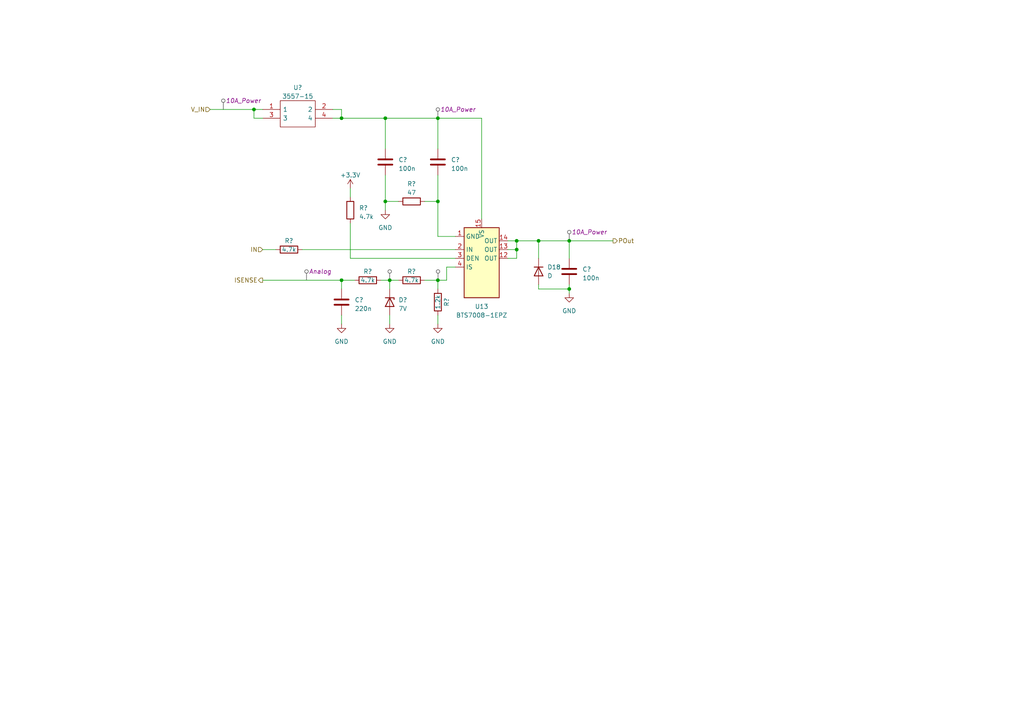
<source format=kicad_sch>
(kicad_sch (version 20230121) (generator eeschema)

  (uuid 20957d1f-db73-4a82-9e11-dd7e852375e3)

  (paper "A4")

  (lib_symbols
    (symbol "3557-15:3557-15" (pin_names (offset 0.762)) (in_bom yes) (on_board yes)
      (property "Reference" "U" (at 16.51 7.62 0)
        (effects (font (size 1.27 1.27)) (justify left))
      )
      (property "Value" "3557-15" (at 16.51 5.08 0)
        (effects (font (size 1.27 1.27)) (justify left))
      )
      (property "Footprint" "355715" (at 16.51 2.54 0)
        (effects (font (size 1.27 1.27)) (justify left) hide)
      )
      (property "Datasheet" "https://componentsearchengine.com/Datasheets/1/3557-15.pdf" (at 16.51 0 0)
        (effects (font (size 1.27 1.27)) (justify left) hide)
      )
      (property "Description" "Fuse Holder T/H 2 IN 1 AUTO BLDE HOLDER, BLUE 15A" (at 16.51 -2.54 0)
        (effects (font (size 1.27 1.27)) (justify left) hide)
      )
      (property "Height" "7.37" (at 16.51 -5.08 0)
        (effects (font (size 1.27 1.27)) (justify left) hide)
      )
      (property "heisener Part Number" "" (at 16.51 -7.62 0)
        (effects (font (size 1.27 1.27)) (justify left) hide)
      )
      (property "heisener Price/Stock" "" (at 16.51 -10.16 0)
        (effects (font (size 1.27 1.27)) (justify left) hide)
      )
      (property "Manufacturer_Name" "Keystone Electronics" (at 16.51 -12.7 0)
        (effects (font (size 1.27 1.27)) (justify left) hide)
      )
      (property "Manufacturer_Part_Number" "3557-15" (at 16.51 -15.24 0)
        (effects (font (size 1.27 1.27)) (justify left) hide)
      )
      (property "ki_description" "Fuse Holder T/H 2 IN 1 AUTO BLDE HOLDER, BLUE 15A" (at 0 0 0)
        (effects (font (size 1.27 1.27)) hide)
      )
      (symbol "3557-15_0_0"
        (pin passive line (at 0 0 0) (length 5.08)
          (name "1" (effects (font (size 1.27 1.27))))
          (number "1" (effects (font (size 1.27 1.27))))
        )
        (pin passive line (at 20.32 0 180) (length 5.08)
          (name "2" (effects (font (size 1.27 1.27))))
          (number "2" (effects (font (size 1.27 1.27))))
        )
        (pin passive line (at 0 -2.54 0) (length 5.08)
          (name "3" (effects (font (size 1.27 1.27))))
          (number "3" (effects (font (size 1.27 1.27))))
        )
        (pin passive line (at 20.32 -2.54 180) (length 5.08)
          (name "4" (effects (font (size 1.27 1.27))))
          (number "4" (effects (font (size 1.27 1.27))))
        )
      )
      (symbol "3557-15_0_1"
        (polyline
          (pts
            (xy 5.08 2.54)
            (xy 15.24 2.54)
            (xy 15.24 -5.08)
            (xy 5.08 -5.08)
            (xy 5.08 2.54)
          )
          (stroke (width 0.1524) (type solid))
          (fill (type none))
        )
      )
    )
    (symbol "Device:C" (pin_numbers hide) (pin_names (offset 0.254)) (in_bom yes) (on_board yes)
      (property "Reference" "C" (at 0.635 2.54 0)
        (effects (font (size 1.27 1.27)) (justify left))
      )
      (property "Value" "C" (at 0.635 -2.54 0)
        (effects (font (size 1.27 1.27)) (justify left))
      )
      (property "Footprint" "" (at 0.9652 -3.81 0)
        (effects (font (size 1.27 1.27)) hide)
      )
      (property "Datasheet" "~" (at 0 0 0)
        (effects (font (size 1.27 1.27)) hide)
      )
      (property "ki_keywords" "cap capacitor" (at 0 0 0)
        (effects (font (size 1.27 1.27)) hide)
      )
      (property "ki_description" "Unpolarized capacitor" (at 0 0 0)
        (effects (font (size 1.27 1.27)) hide)
      )
      (property "ki_fp_filters" "C_*" (at 0 0 0)
        (effects (font (size 1.27 1.27)) hide)
      )
      (symbol "C_0_1"
        (polyline
          (pts
            (xy -2.032 -0.762)
            (xy 2.032 -0.762)
          )
          (stroke (width 0.508) (type default))
          (fill (type none))
        )
        (polyline
          (pts
            (xy -2.032 0.762)
            (xy 2.032 0.762)
          )
          (stroke (width 0.508) (type default))
          (fill (type none))
        )
      )
      (symbol "C_1_1"
        (pin passive line (at 0 3.81 270) (length 2.794)
          (name "~" (effects (font (size 1.27 1.27))))
          (number "1" (effects (font (size 1.27 1.27))))
        )
        (pin passive line (at 0 -3.81 90) (length 2.794)
          (name "~" (effects (font (size 1.27 1.27))))
          (number "2" (effects (font (size 1.27 1.27))))
        )
      )
    )
    (symbol "Device:D" (pin_numbers hide) (pin_names (offset 1.016) hide) (in_bom yes) (on_board yes)
      (property "Reference" "D" (at 0 2.54 0)
        (effects (font (size 1.27 1.27)))
      )
      (property "Value" "D" (at 0 -2.54 0)
        (effects (font (size 1.27 1.27)))
      )
      (property "Footprint" "" (at 0 0 0)
        (effects (font (size 1.27 1.27)) hide)
      )
      (property "Datasheet" "~" (at 0 0 0)
        (effects (font (size 1.27 1.27)) hide)
      )
      (property "Sim.Device" "D" (at 0 0 0)
        (effects (font (size 1.27 1.27)) hide)
      )
      (property "Sim.Pins" "1=K 2=A" (at 0 0 0)
        (effects (font (size 1.27 1.27)) hide)
      )
      (property "ki_keywords" "diode" (at 0 0 0)
        (effects (font (size 1.27 1.27)) hide)
      )
      (property "ki_description" "Diode" (at 0 0 0)
        (effects (font (size 1.27 1.27)) hide)
      )
      (property "ki_fp_filters" "TO-???* *_Diode_* *SingleDiode* D_*" (at 0 0 0)
        (effects (font (size 1.27 1.27)) hide)
      )
      (symbol "D_0_1"
        (polyline
          (pts
            (xy -1.27 1.27)
            (xy -1.27 -1.27)
          )
          (stroke (width 0.254) (type default))
          (fill (type none))
        )
        (polyline
          (pts
            (xy 1.27 0)
            (xy -1.27 0)
          )
          (stroke (width 0) (type default))
          (fill (type none))
        )
        (polyline
          (pts
            (xy 1.27 1.27)
            (xy 1.27 -1.27)
            (xy -1.27 0)
            (xy 1.27 1.27)
          )
          (stroke (width 0.254) (type default))
          (fill (type none))
        )
      )
      (symbol "D_1_1"
        (pin passive line (at -3.81 0 0) (length 2.54)
          (name "K" (effects (font (size 1.27 1.27))))
          (number "1" (effects (font (size 1.27 1.27))))
        )
        (pin passive line (at 3.81 0 180) (length 2.54)
          (name "A" (effects (font (size 1.27 1.27))))
          (number "2" (effects (font (size 1.27 1.27))))
        )
      )
    )
    (symbol "Device:D_Zener" (pin_numbers hide) (pin_names (offset 1.016) hide) (in_bom yes) (on_board yes)
      (property "Reference" "D" (at 0 2.54 0)
        (effects (font (size 1.27 1.27)))
      )
      (property "Value" "D_Zener" (at 0 -2.54 0)
        (effects (font (size 1.27 1.27)))
      )
      (property "Footprint" "" (at 0 0 0)
        (effects (font (size 1.27 1.27)) hide)
      )
      (property "Datasheet" "~" (at 0 0 0)
        (effects (font (size 1.27 1.27)) hide)
      )
      (property "ki_keywords" "diode" (at 0 0 0)
        (effects (font (size 1.27 1.27)) hide)
      )
      (property "ki_description" "Zener diode" (at 0 0 0)
        (effects (font (size 1.27 1.27)) hide)
      )
      (property "ki_fp_filters" "TO-???* *_Diode_* *SingleDiode* D_*" (at 0 0 0)
        (effects (font (size 1.27 1.27)) hide)
      )
      (symbol "D_Zener_0_1"
        (polyline
          (pts
            (xy 1.27 0)
            (xy -1.27 0)
          )
          (stroke (width 0) (type default))
          (fill (type none))
        )
        (polyline
          (pts
            (xy -1.27 -1.27)
            (xy -1.27 1.27)
            (xy -0.762 1.27)
          )
          (stroke (width 0.254) (type default))
          (fill (type none))
        )
        (polyline
          (pts
            (xy 1.27 -1.27)
            (xy 1.27 1.27)
            (xy -1.27 0)
            (xy 1.27 -1.27)
          )
          (stroke (width 0.254) (type default))
          (fill (type none))
        )
      )
      (symbol "D_Zener_1_1"
        (pin passive line (at -3.81 0 0) (length 2.54)
          (name "K" (effects (font (size 1.27 1.27))))
          (number "1" (effects (font (size 1.27 1.27))))
        )
        (pin passive line (at 3.81 0 180) (length 2.54)
          (name "A" (effects (font (size 1.27 1.27))))
          (number "2" (effects (font (size 1.27 1.27))))
        )
      )
    )
    (symbol "Device:R" (pin_numbers hide) (pin_names (offset 0)) (in_bom yes) (on_board yes)
      (property "Reference" "R" (at 2.032 0 90)
        (effects (font (size 1.27 1.27)))
      )
      (property "Value" "R" (at 0 0 90)
        (effects (font (size 1.27 1.27)))
      )
      (property "Footprint" "" (at -1.778 0 90)
        (effects (font (size 1.27 1.27)) hide)
      )
      (property "Datasheet" "~" (at 0 0 0)
        (effects (font (size 1.27 1.27)) hide)
      )
      (property "ki_keywords" "R res resistor" (at 0 0 0)
        (effects (font (size 1.27 1.27)) hide)
      )
      (property "ki_description" "Resistor" (at 0 0 0)
        (effects (font (size 1.27 1.27)) hide)
      )
      (property "ki_fp_filters" "R_*" (at 0 0 0)
        (effects (font (size 1.27 1.27)) hide)
      )
      (symbol "R_0_1"
        (rectangle (start -1.016 -2.54) (end 1.016 2.54)
          (stroke (width 0.254) (type default))
          (fill (type none))
        )
      )
      (symbol "R_1_1"
        (pin passive line (at 0 3.81 270) (length 1.27)
          (name "~" (effects (font (size 1.27 1.27))))
          (number "1" (effects (font (size 1.27 1.27))))
        )
        (pin passive line (at 0 -3.81 90) (length 1.27)
          (name "~" (effects (font (size 1.27 1.27))))
          (number "2" (effects (font (size 1.27 1.27))))
        )
      )
    )
    (symbol "PROFET:BTS7008-1EPZ" (in_bom yes) (on_board yes)
      (property "Reference" "U" (at -3.81 6.35 0)
        (effects (font (size 1.27 1.27)))
      )
      (property "Value" "BTS7008-1EPZ" (at 7.62 6.35 0)
        (effects (font (size 1.27 1.27)))
      )
      (property "Footprint" "Package_SO:Infineon_PG-TSDSO-14-22" (at -25.4 -16.51 0)
        (effects (font (size 1.27 1.27)) hide)
      )
      (property "Datasheet" "https://www.infineon.com/dgdl/Infineon-BTS7004-1EPP-DS-v01_00-EN.pdf?fileId=5546d4626102d35a016147550a725555" (at -1.27 -19.05 0)
        (effects (font (size 1.27 1.27)) hide)
      )
      (property "ki_keywords" "BTS7004" (at 0 0 0)
        (effects (font (size 1.27 1.27)) hide)
      )
      (property "ki_description" "Smart High-Side Power Switch, PROFET, One Channel, 12V, 15A, Rds(on) 4.4mΩ, PG-TSDSO-14-22" (at 0 0 0)
        (effects (font (size 1.27 1.27)) hide)
      )
      (property "ki_fp_filters" "Infineon*TSDSO*22*" (at 0 0 0)
        (effects (font (size 1.27 1.27)) hide)
      )
      (symbol "BTS7008-1EPZ_0_1"
        (rectangle (start -5.08 5.08) (end 5.08 -15.24)
          (stroke (width 0.254) (type default))
          (fill (type background))
        )
      )
      (symbol "BTS7008-1EPZ_1_1"
        (pin power_in line (at -7.62 2.54 0) (length 2.54)
          (name "GND" (effects (font (size 1.27 1.27))))
          (number "1" (effects (font (size 1.27 1.27))))
        )
        (pin no_connect line (at 7.62 -8.89 180) (length 2.54) hide
          (name "NC" (effects (font (size 1.27 1.27))))
          (number "10" (effects (font (size 1.27 1.27))))
        )
        (pin no_connect line (at 7.62 -6.35 180) (length 2.54) hide
          (name "NC" (effects (font (size 1.27 1.27))))
          (number "11" (effects (font (size 1.27 1.27))))
        )
        (pin power_out line (at 7.62 -3.81 180) (length 2.54)
          (name "OUT" (effects (font (size 1.27 1.27))))
          (number "12" (effects (font (size 1.27 1.27))))
        )
        (pin power_out line (at 7.62 -1.27 180) (length 2.54)
          (name "OUT" (effects (font (size 1.27 1.27))))
          (number "13" (effects (font (size 1.27 1.27))))
        )
        (pin power_out line (at 7.62 1.27 180) (length 2.54)
          (name "OUT" (effects (font (size 1.27 1.27))))
          (number "14" (effects (font (size 1.27 1.27))))
        )
        (pin power_in line (at 0 7.62 270) (length 2.54)
          (name "VS" (effects (font (size 1.27 1.27))))
          (number "15" (effects (font (size 1.27 1.27))))
        )
        (pin input line (at -7.62 -1.27 0) (length 2.54)
          (name "IN" (effects (font (size 1.27 1.27))))
          (number "2" (effects (font (size 1.27 1.27))))
        )
        (pin input line (at -7.62 -3.81 0) (length 2.54)
          (name "DEN" (effects (font (size 1.27 1.27))))
          (number "3" (effects (font (size 1.27 1.27))))
        )
        (pin output line (at -7.62 -6.35 0) (length 2.54)
          (name "IS" (effects (font (size 1.27 1.27))))
          (number "4" (effects (font (size 1.27 1.27))))
        )
        (pin no_connect line (at -7.62 -8.89 0) (length 2.54) hide
          (name "NC" (effects (font (size 1.27 1.27))))
          (number "5" (effects (font (size 1.27 1.27))))
        )
        (pin no_connect line (at -7.62 -11.43 0) (length 2.54) hide
          (name "NC" (effects (font (size 1.27 1.27))))
          (number "6" (effects (font (size 1.27 1.27))))
        )
        (pin no_connect line (at -7.62 -13.97 0) (length 2.54) hide
          (name "NC" (effects (font (size 1.27 1.27))))
          (number "7" (effects (font (size 1.27 1.27))))
        )
        (pin no_connect line (at 7.62 -13.97 180) (length 2.54) hide
          (name "NC" (effects (font (size 1.27 1.27))))
          (number "8" (effects (font (size 1.27 1.27))))
        )
        (pin no_connect line (at 7.62 -11.43 180) (length 2.54) hide
          (name "NC" (effects (font (size 1.27 1.27))))
          (number "9" (effects (font (size 1.27 1.27))))
        )
      )
    )
    (symbol "power:+3.3V" (power) (pin_names (offset 0)) (in_bom yes) (on_board yes)
      (property "Reference" "#PWR" (at 0 -3.81 0)
        (effects (font (size 1.27 1.27)) hide)
      )
      (property "Value" "+3.3V" (at 0 3.556 0)
        (effects (font (size 1.27 1.27)))
      )
      (property "Footprint" "" (at 0 0 0)
        (effects (font (size 1.27 1.27)) hide)
      )
      (property "Datasheet" "" (at 0 0 0)
        (effects (font (size 1.27 1.27)) hide)
      )
      (property "ki_keywords" "global power" (at 0 0 0)
        (effects (font (size 1.27 1.27)) hide)
      )
      (property "ki_description" "Power symbol creates a global label with name \"+3.3V\"" (at 0 0 0)
        (effects (font (size 1.27 1.27)) hide)
      )
      (symbol "+3.3V_0_1"
        (polyline
          (pts
            (xy -0.762 1.27)
            (xy 0 2.54)
          )
          (stroke (width 0) (type default))
          (fill (type none))
        )
        (polyline
          (pts
            (xy 0 0)
            (xy 0 2.54)
          )
          (stroke (width 0) (type default))
          (fill (type none))
        )
        (polyline
          (pts
            (xy 0 2.54)
            (xy 0.762 1.27)
          )
          (stroke (width 0) (type default))
          (fill (type none))
        )
      )
      (symbol "+3.3V_1_1"
        (pin power_in line (at 0 0 90) (length 0) hide
          (name "+3.3V" (effects (font (size 1.27 1.27))))
          (number "1" (effects (font (size 1.27 1.27))))
        )
      )
    )
    (symbol "power:GND" (power) (pin_names (offset 0)) (in_bom yes) (on_board yes)
      (property "Reference" "#PWR" (at 0 -6.35 0)
        (effects (font (size 1.27 1.27)) hide)
      )
      (property "Value" "GND" (at 0 -3.81 0)
        (effects (font (size 1.27 1.27)))
      )
      (property "Footprint" "" (at 0 0 0)
        (effects (font (size 1.27 1.27)) hide)
      )
      (property "Datasheet" "" (at 0 0 0)
        (effects (font (size 1.27 1.27)) hide)
      )
      (property "ki_keywords" "global power" (at 0 0 0)
        (effects (font (size 1.27 1.27)) hide)
      )
      (property "ki_description" "Power symbol creates a global label with name \"GND\" , ground" (at 0 0 0)
        (effects (font (size 1.27 1.27)) hide)
      )
      (symbol "GND_0_1"
        (polyline
          (pts
            (xy 0 0)
            (xy 0 -1.27)
            (xy 1.27 -1.27)
            (xy 0 -2.54)
            (xy -1.27 -1.27)
            (xy 0 -1.27)
          )
          (stroke (width 0) (type default))
          (fill (type none))
        )
      )
      (symbol "GND_1_1"
        (pin power_in line (at 0 0 270) (length 0) hide
          (name "GND" (effects (font (size 1.27 1.27))))
          (number "1" (effects (font (size 1.27 1.27))))
        )
      )
    )
  )

  (junction (at 149.86 69.85) (diameter 0) (color 0 0 0 0)
    (uuid 202a332e-ab04-49cb-bc5c-5c31be37d09f)
  )
  (junction (at 127 81.28) (diameter 0) (color 0 0 0 0)
    (uuid 39744a2b-4835-4c5b-829b-29f365ade60c)
  )
  (junction (at 73.66 31.75) (diameter 0) (color 0 0 0 0)
    (uuid 41b091ee-70ee-4132-bbc3-661f723f4b0d)
  )
  (junction (at 99.06 81.28) (diameter 0) (color 0 0 0 0)
    (uuid 59aeeedd-785e-4c5b-b297-95b9de1e16ce)
  )
  (junction (at 149.86 72.39) (diameter 0) (color 0 0 0 0)
    (uuid 5cf70cad-4991-45ca-af27-0dad15ea26d2)
  )
  (junction (at 127 34.29) (diameter 0) (color 0 0 0 0)
    (uuid 6b6a042f-2a57-4663-8b8a-bba57b9f2c94)
  )
  (junction (at 156.21 69.85) (diameter 0) (color 0 0 0 0)
    (uuid 7fd8f38c-a248-470a-be4a-96d5bd1499fb)
  )
  (junction (at 165.1 83.82) (diameter 0) (color 0 0 0 0)
    (uuid a0cb6eda-f5fc-41d3-9d7f-70fb56e3a770)
  )
  (junction (at 111.76 34.29) (diameter 0) (color 0 0 0 0)
    (uuid b9267a18-b168-41ad-90bc-e754a965ddff)
  )
  (junction (at 113.03 81.28) (diameter 0) (color 0 0 0 0)
    (uuid d1c455db-af8e-49bf-811f-bfb9a9db661a)
  )
  (junction (at 127 58.42) (diameter 0) (color 0 0 0 0)
    (uuid eae7ce23-12e9-4f9c-acbf-b0ce3fc810ea)
  )
  (junction (at 165.1 69.85) (diameter 0) (color 0 0 0 0)
    (uuid ed7e41f6-329f-4eb2-b068-edd3896ef764)
  )
  (junction (at 99.06 34.29) (diameter 0) (color 0 0 0 0)
    (uuid fa6959ac-8c3d-41cb-a33e-4c61c2695262)
  )
  (junction (at 111.76 58.42) (diameter 0) (color 0 0 0 0)
    (uuid fb8d6627-f0b1-4c3e-9fb8-da4dbcac413d)
  )

  (wire (pts (xy 101.6 54.61) (xy 101.6 57.15))
    (stroke (width 0) (type default))
    (uuid 069f83f7-a5e2-4e96-ad90-19fd9b5170f8)
  )
  (wire (pts (xy 87.63 72.39) (xy 132.08 72.39))
    (stroke (width 0) (type default))
    (uuid 0786aa36-2253-4914-85a1-546ba4977321)
  )
  (wire (pts (xy 101.6 64.77) (xy 101.6 74.93))
    (stroke (width 0) (type default))
    (uuid 0ba551b5-9b25-47aa-99ea-6c564cc5f957)
  )
  (wire (pts (xy 149.86 72.39) (xy 149.86 69.85))
    (stroke (width 0) (type default))
    (uuid 0c96fe04-0aef-4269-9f9f-9ec02dcf112f)
  )
  (wire (pts (xy 96.52 31.75) (xy 99.06 31.75))
    (stroke (width 0) (type default))
    (uuid 1174e084-f20f-43e4-b78b-30e4f16968ff)
  )
  (wire (pts (xy 127 91.44) (xy 127 93.98))
    (stroke (width 0) (type default))
    (uuid 13b19f25-45d6-4e8e-9e3c-c0e37118a50c)
  )
  (wire (pts (xy 111.76 58.42) (xy 111.76 50.8))
    (stroke (width 0) (type default))
    (uuid 19ecdfd1-5573-4dd8-8138-03ae707fc2c0)
  )
  (wire (pts (xy 127 81.28) (xy 129.54 81.28))
    (stroke (width 0) (type default))
    (uuid 1abb0f1b-c33f-4278-a8f0-ea84c9182b6c)
  )
  (wire (pts (xy 147.32 72.39) (xy 149.86 72.39))
    (stroke (width 0) (type default))
    (uuid 238d2e1b-ca98-4481-9667-76d99a25adc4)
  )
  (wire (pts (xy 73.66 34.29) (xy 73.66 31.75))
    (stroke (width 0) (type default))
    (uuid 23a8ae77-e1d1-428e-86ee-d2ca1097ca12)
  )
  (wire (pts (xy 132.08 68.58) (xy 127 68.58))
    (stroke (width 0) (type default))
    (uuid 23c7c0b0-823d-4b00-a14c-9b64c40ec758)
  )
  (wire (pts (xy 147.32 74.93) (xy 149.86 74.93))
    (stroke (width 0) (type default))
    (uuid 29f0b6a3-25f1-4ee3-8567-4a03fdb550aa)
  )
  (wire (pts (xy 113.03 91.44) (xy 113.03 93.98))
    (stroke (width 0) (type default))
    (uuid 34e47e78-4915-4085-ad11-9b4399df42b2)
  )
  (wire (pts (xy 127 58.42) (xy 127 68.58))
    (stroke (width 0) (type default))
    (uuid 36e4f245-c851-467a-a2e3-13b85862cd6b)
  )
  (wire (pts (xy 149.86 69.85) (xy 147.32 69.85))
    (stroke (width 0) (type default))
    (uuid 379765a5-ae48-45a8-982c-b237e6bc4c24)
  )
  (wire (pts (xy 115.57 58.42) (xy 111.76 58.42))
    (stroke (width 0) (type default))
    (uuid 3cf62299-4075-48ff-aadc-53c3f603e60f)
  )
  (wire (pts (xy 111.76 34.29) (xy 127 34.29))
    (stroke (width 0) (type default))
    (uuid 41c5c200-7078-4d17-9dc2-b0a1d220377f)
  )
  (wire (pts (xy 123.19 58.42) (xy 127 58.42))
    (stroke (width 0) (type default))
    (uuid 425bdb13-a518-4311-af44-0c0203760b8c)
  )
  (wire (pts (xy 165.1 82.55) (xy 165.1 83.82))
    (stroke (width 0) (type default))
    (uuid 4809fc95-618a-4719-8b6a-0d8ba7b3a860)
  )
  (wire (pts (xy 127 83.82) (xy 127 81.28))
    (stroke (width 0) (type default))
    (uuid 502df8cc-84c3-45a6-bbfd-45d2a96bd66e)
  )
  (wire (pts (xy 165.1 69.85) (xy 165.1 74.93))
    (stroke (width 0) (type default))
    (uuid 57e6fae9-f154-480d-b47f-e258b36f5e3e)
  )
  (wire (pts (xy 102.87 81.28) (xy 99.06 81.28))
    (stroke (width 0) (type default))
    (uuid 587d9c75-4a8e-487d-94c9-2ae97f1fb6dd)
  )
  (wire (pts (xy 113.03 83.82) (xy 113.03 81.28))
    (stroke (width 0) (type default))
    (uuid 5deb5227-896e-4b38-82f3-a06d5da7f7d3)
  )
  (wire (pts (xy 99.06 31.75) (xy 99.06 34.29))
    (stroke (width 0) (type default))
    (uuid 6a72d372-d67f-49a3-9503-2471cc874361)
  )
  (wire (pts (xy 165.1 69.85) (xy 177.8 69.85))
    (stroke (width 0) (type default))
    (uuid 7d91955d-d69d-44a2-837f-c9f9e52fcba3)
  )
  (wire (pts (xy 127 50.8) (xy 127 58.42))
    (stroke (width 0) (type default))
    (uuid 80a13c04-9024-408d-a0ad-5aced4c226d7)
  )
  (wire (pts (xy 165.1 83.82) (xy 165.1 85.09))
    (stroke (width 0) (type default))
    (uuid 85acf626-9955-459a-9ef3-ba4475dfb084)
  )
  (wire (pts (xy 156.21 69.85) (xy 156.21 74.93))
    (stroke (width 0) (type default))
    (uuid 8b54292e-678d-4b31-87cc-eeabe2898d07)
  )
  (wire (pts (xy 129.54 81.28) (xy 129.54 77.47))
    (stroke (width 0) (type default))
    (uuid 8e878102-e01d-4189-a47f-759ecace4d98)
  )
  (wire (pts (xy 127 81.28) (xy 123.19 81.28))
    (stroke (width 0) (type default))
    (uuid 90f1dbac-cc19-43f1-b3fa-8e4b826066c8)
  )
  (wire (pts (xy 73.66 31.75) (xy 76.2 31.75))
    (stroke (width 0) (type default))
    (uuid 988a8b46-1da4-4d43-823f-82a6ba26b7ba)
  )
  (wire (pts (xy 127 34.29) (xy 139.7 34.29))
    (stroke (width 0) (type default))
    (uuid a63f60b5-0d52-41cb-a44f-e39846b73928)
  )
  (wire (pts (xy 101.6 74.93) (xy 132.08 74.93))
    (stroke (width 0) (type default))
    (uuid a65b3d51-dc12-4660-a5d9-dd0fa4a8c87c)
  )
  (wire (pts (xy 111.76 58.42) (xy 111.76 60.96))
    (stroke (width 0) (type default))
    (uuid ad4d6307-04e6-430c-9319-3db0d8a19d03)
  )
  (wire (pts (xy 113.03 81.28) (xy 110.49 81.28))
    (stroke (width 0) (type default))
    (uuid b8ab9113-335b-46cf-952b-56c3985c31cd)
  )
  (wire (pts (xy 156.21 82.55) (xy 156.21 83.82))
    (stroke (width 0) (type default))
    (uuid b94a8de8-ca0d-4550-8825-712c0e5892a7)
  )
  (wire (pts (xy 149.86 69.85) (xy 156.21 69.85))
    (stroke (width 0) (type default))
    (uuid ba5d8847-fe6a-4868-9de9-733f95b3eaf4)
  )
  (wire (pts (xy 76.2 81.28) (xy 99.06 81.28))
    (stroke (width 0) (type default))
    (uuid bd7605cf-ce03-41c2-8cb6-3a23608e1ad9)
  )
  (wire (pts (xy 156.21 83.82) (xy 165.1 83.82))
    (stroke (width 0) (type default))
    (uuid be75321c-81bc-4c65-9a6c-ba25226fbe27)
  )
  (wire (pts (xy 99.06 81.28) (xy 99.06 83.82))
    (stroke (width 0) (type default))
    (uuid c3885824-7302-4d05-9de2-40bbce2d9679)
  )
  (wire (pts (xy 111.76 34.29) (xy 111.76 43.18))
    (stroke (width 0) (type default))
    (uuid c8d8ef8d-f871-449f-889f-a38df6bb2b04)
  )
  (wire (pts (xy 99.06 91.44) (xy 99.06 93.98))
    (stroke (width 0) (type default))
    (uuid c99da368-be1e-4d00-b026-330a9a7b37bc)
  )
  (wire (pts (xy 96.52 34.29) (xy 99.06 34.29))
    (stroke (width 0) (type default))
    (uuid cb35968e-0ee3-428b-8fcd-63e0b00dd6b1)
  )
  (wire (pts (xy 129.54 77.47) (xy 132.08 77.47))
    (stroke (width 0) (type default))
    (uuid cef074bc-cbe6-4da4-9509-7ff4b749fa04)
  )
  (wire (pts (xy 127 34.29) (xy 127 43.18))
    (stroke (width 0) (type default))
    (uuid d1b43f35-64c9-4079-a59c-afb3260f2436)
  )
  (wire (pts (xy 139.7 34.29) (xy 139.7 63.5))
    (stroke (width 0) (type default))
    (uuid d2ae37ce-8533-404c-ac91-4ee00d0ea6b4)
  )
  (wire (pts (xy 76.2 72.39) (xy 80.01 72.39))
    (stroke (width 0) (type default))
    (uuid d3e90c33-1107-4dd4-b910-6d76c92ef0d7)
  )
  (wire (pts (xy 156.21 69.85) (xy 165.1 69.85))
    (stroke (width 0) (type default))
    (uuid d51526c6-9ee5-49b9-871a-09c4b05b45ce)
  )
  (wire (pts (xy 60.96 31.75) (xy 73.66 31.75))
    (stroke (width 0) (type default))
    (uuid d7090d0d-f0b1-43df-89ee-965c5afe669c)
  )
  (wire (pts (xy 149.86 74.93) (xy 149.86 72.39))
    (stroke (width 0) (type default))
    (uuid e745091f-7a67-4901-aa72-05c541abc70c)
  )
  (wire (pts (xy 76.2 34.29) (xy 73.66 34.29))
    (stroke (width 0) (type default))
    (uuid f648c19c-fb2d-4a90-bebd-e9882e99056e)
  )
  (wire (pts (xy 113.03 81.28) (xy 115.57 81.28))
    (stroke (width 0) (type default))
    (uuid f7ea89fb-2d12-4d57-ba7f-af4faabd3b69)
  )
  (wire (pts (xy 99.06 34.29) (xy 111.76 34.29))
    (stroke (width 0) (type default))
    (uuid fd17fc5e-fa9d-44ab-b9b1-dd8682dcd42b)
  )

  (hierarchical_label "POut" (shape output) (at 177.8 69.85 0) (fields_autoplaced)
    (effects (font (size 1.27 1.27)) (justify left))
    (uuid 04339c49-8eed-46ce-a2fd-2c1afa844af7)
  )
  (hierarchical_label "ISENSE" (shape output) (at 76.2 81.28 180) (fields_autoplaced)
    (effects (font (size 1.27 1.27)) (justify right))
    (uuid 161d5ba9-8a2b-4993-bda5-dd0fb844357f)
  )
  (hierarchical_label "V_IN" (shape input) (at 60.96 31.75 180) (fields_autoplaced)
    (effects (font (size 1.27 1.27)) (justify right))
    (uuid da1c3e3a-acb3-4461-ae08-522d136331ad)
  )
  (hierarchical_label "IN" (shape input) (at 76.2 72.39 180) (fields_autoplaced)
    (effects (font (size 1.27 1.27)) (justify right))
    (uuid da983829-dd77-4f1a-8d90-0653f77e0eb4)
  )

  (netclass_flag "" (length 2.54) (shape round) (at 88.9 81.28 0) (fields_autoplaced)
    (effects (font (size 1.27 1.27)) (justify left bottom))
    (uuid 29b0d583-b365-4ce0-9105-f521d81fcd5d)
    (property "Netclass" "Analog" (at 89.5985 78.74 0)
      (effects (font (size 1.27 1.27) italic) (justify left))
    )
  )
  (netclass_flag "" (length 2.54) (shape round) (at 165.1 69.85 0) (fields_autoplaced)
    (effects (font (size 1.27 1.27)) (justify left bottom))
    (uuid 448f106d-00d7-4c02-a50c-5fe6295f53a9)
    (property "Netclass" "10A_Power" (at 165.7985 67.31 0)
      (effects (font (size 1.27 1.27) italic) (justify left))
    )
  )
  (netclass_flag "" (length 2.54) (shape round) (at 64.77 31.75 0) (fields_autoplaced)
    (effects (font (size 1.27 1.27)) (justify left bottom))
    (uuid 6659fa77-3612-47bb-b72f-b4d7c791201a)
    (property "Netclass" "10A_Power" (at 65.4685 29.21 0)
      (effects (font (size 1.27 1.27) italic) (justify left))
    )
  )
  (netclass_flag "" (length 2.54) (shape round) (at 113.03 81.28 0) (fields_autoplaced)
    (effects (font (size 1.27 1.27)) (justify left bottom))
    (uuid 8a0edb1c-69ab-4d5f-a469-85093eaeb951)
    (property "Netclass" "Analog" (at 113.7285 78.74 0)
      (effects (font (size 1.27 1.27) italic) (justify left) hide)
    )
  )
  (netclass_flag "" (length 2.54) (shape round) (at 127.0451 81.28 0) (fields_autoplaced)
    (effects (font (size 1.27 1.27)) (justify left bottom))
    (uuid cdd93c6e-140d-4be7-bfcc-105fd60769b5)
    (property "Netclass" "Analog" (at 127.7436 78.74 0)
      (effects (font (size 1.27 1.27) italic) (justify left) hide)
    )
  )
  (netclass_flag "" (length 2.54) (shape round) (at 127 34.29 0) (fields_autoplaced)
    (effects (font (size 1.27 1.27)) (justify left bottom))
    (uuid cffe8d75-3ada-4b76-ac86-759d4cf66141)
    (property "Netclass" "10A_Power" (at 127.6985 31.75 0)
      (effects (font (size 1.27 1.27) italic) (justify left))
    )
  )

  (symbol (lib_id "Device:C") (at 99.06 87.63 0) (unit 1)
    (in_bom yes) (on_board yes) (dnp no) (fields_autoplaced)
    (uuid 04d08b5d-66cb-41ed-923d-80c3f251d86f)
    (property "Reference" "C?" (at 102.87 86.995 0)
      (effects (font (size 1.27 1.27)) (justify left))
    )
    (property "Value" "220n" (at 102.87 89.535 0)
      (effects (font (size 1.27 1.27)) (justify left))
    )
    (property "Footprint" "Capacitor_SMD:C_0603_1608Metric" (at 100.0252 91.44 0)
      (effects (font (size 1.27 1.27)) hide)
    )
    (property "Datasheet" "~" (at 99.06 87.63 0)
      (effects (font (size 1.27 1.27)) hide)
    )
    (pin "1" (uuid a2994d3b-f122-462e-b668-b60da4d8e7a3))
    (pin "2" (uuid 6064d0ab-95a0-46fe-95d2-cb26e4acfc92))
    (instances
      (project "PDU_v3"
        (path "/cba93115-b7ba-40c8-a438-b74eea4adf4d/fc136761-7437-4777-9313-169871d18382/e92fd542-4425-403a-8e1b-ab2fd9be3a1a"
          (reference "C?") (unit 1)
        )
        (path "/cba93115-b7ba-40c8-a438-b74eea4adf4d/fc136761-7437-4777-9313-169871d18382/abaac136-0e43-412e-8616-70caee2fce95"
          (reference "C?") (unit 1)
        )
        (path "/cba93115-b7ba-40c8-a438-b74eea4adf4d/fc136761-7437-4777-9313-169871d18382/ab7a0ea9-8b41-44d9-8411-757e024a9107"
          (reference "C?") (unit 1)
        )
        (path "/cba93115-b7ba-40c8-a438-b74eea4adf4d/fc136761-7437-4777-9313-169871d18382/adbb4fff-81bd-4a86-a371-ddba2163b7bc"
          (reference "C33") (unit 1)
        )
        (path "/cba93115-b7ba-40c8-a438-b74eea4adf4d/fc136761-7437-4777-9313-169871d18382/dc49d1d1-4a1d-49ee-8243-d47bc19b9e66"
          (reference "C37") (unit 1)
        )
        (path "/cba93115-b7ba-40c8-a438-b74eea4adf4d/fc136761-7437-4777-9313-169871d18382/c8b0ccb7-3b37-41a5-809e-d18251f68ae2"
          (reference "C41") (unit 1)
        )
      )
    )
  )

  (symbol (lib_id "Device:R") (at 106.68 81.28 90) (unit 1)
    (in_bom yes) (on_board yes) (dnp no)
    (uuid 14826551-a04b-42b8-bbe2-9ae412ec9ffc)
    (property "Reference" "R?" (at 106.68 78.74 90)
      (effects (font (size 1.27 1.27)))
    )
    (property "Value" "4.7k" (at 106.68 81.28 90)
      (effects (font (size 1.27 1.27)))
    )
    (property "Footprint" "Capacitor_SMD:C_0603_1608Metric" (at 106.68 83.058 90)
      (effects (font (size 1.27 1.27)) hide)
    )
    (property "Datasheet" "~" (at 106.68 81.28 0)
      (effects (font (size 1.27 1.27)) hide)
    )
    (pin "1" (uuid 2357ebe0-dcdc-4373-8eb7-b262f8629840))
    (pin "2" (uuid 6fbf2fe8-a9d3-4116-8af5-93f94ab967db))
    (instances
      (project "PDU_v3"
        (path "/cba93115-b7ba-40c8-a438-b74eea4adf4d/fc136761-7437-4777-9313-169871d18382/e92fd542-4425-403a-8e1b-ab2fd9be3a1a"
          (reference "R?") (unit 1)
        )
        (path "/cba93115-b7ba-40c8-a438-b74eea4adf4d/fc136761-7437-4777-9313-169871d18382/abaac136-0e43-412e-8616-70caee2fce95"
          (reference "R?") (unit 1)
        )
        (path "/cba93115-b7ba-40c8-a438-b74eea4adf4d/fc136761-7437-4777-9313-169871d18382/ab7a0ea9-8b41-44d9-8411-757e024a9107"
          (reference "R?") (unit 1)
        )
        (path "/cba93115-b7ba-40c8-a438-b74eea4adf4d/fc136761-7437-4777-9313-169871d18382/adbb4fff-81bd-4a86-a371-ddba2163b7bc"
          (reference "R47") (unit 1)
        )
        (path "/cba93115-b7ba-40c8-a438-b74eea4adf4d/fc136761-7437-4777-9313-169871d18382/dc49d1d1-4a1d-49ee-8243-d47bc19b9e66"
          (reference "R53") (unit 1)
        )
        (path "/cba93115-b7ba-40c8-a438-b74eea4adf4d/fc136761-7437-4777-9313-169871d18382/c8b0ccb7-3b37-41a5-809e-d18251f68ae2"
          (reference "R59") (unit 1)
        )
      )
    )
  )

  (symbol (lib_id "Device:D") (at 156.21 78.74 270) (unit 1)
    (in_bom yes) (on_board yes) (dnp no) (fields_autoplaced)
    (uuid 1fcac11c-2974-41b9-bfa3-462e7fc12e78)
    (property "Reference" "D18" (at 158.75 77.47 90)
      (effects (font (size 1.27 1.27)) (justify left))
    )
    (property "Value" "D" (at 158.75 80.01 90)
      (effects (font (size 1.27 1.27)) (justify left))
    )
    (property "Footprint" "" (at 156.21 78.74 0)
      (effects (font (size 1.27 1.27)) hide)
    )
    (property "Datasheet" "~" (at 156.21 78.74 0)
      (effects (font (size 1.27 1.27)) hide)
    )
    (property "Sim.Device" "D" (at 156.21 78.74 0)
      (effects (font (size 1.27 1.27)) hide)
    )
    (property "Sim.Pins" "1=K 2=A" (at 156.21 78.74 0)
      (effects (font (size 1.27 1.27)) hide)
    )
    (pin "1" (uuid 435cea8f-e070-4454-bfff-0455e14050c1))
    (pin "2" (uuid 3cd5e616-0c65-49ac-8f0d-fe7fe977dce3))
    (instances
      (project "PDU_v3"
        (path "/cba93115-b7ba-40c8-a438-b74eea4adf4d/fc136761-7437-4777-9313-169871d18382/dc49d1d1-4a1d-49ee-8243-d47bc19b9e66"
          (reference "D18") (unit 1)
        )
        (path "/cba93115-b7ba-40c8-a438-b74eea4adf4d/fc136761-7437-4777-9313-169871d18382/adbb4fff-81bd-4a86-a371-ddba2163b7bc"
          (reference "D16") (unit 1)
        )
        (path "/cba93115-b7ba-40c8-a438-b74eea4adf4d/fc136761-7437-4777-9313-169871d18382/c8b0ccb7-3b37-41a5-809e-d18251f68ae2"
          (reference "D20") (unit 1)
        )
      )
    )
  )

  (symbol (lib_id "PROFET:BTS7008-1EPZ") (at 139.7 71.12 0) (unit 1)
    (in_bom yes) (on_board yes) (dnp no) (fields_autoplaced)
    (uuid 3fbbb4b3-c0eb-49f7-93ba-f4fd5fcc8425)
    (property "Reference" "U13" (at 139.7 88.9 0)
      (effects (font (size 1.27 1.27)))
    )
    (property "Value" "BTS7008-1EPZ" (at 139.7 91.44 0)
      (effects (font (size 1.27 1.27)))
    )
    (property "Footprint" "Package_SO:Infineon_PG-TSDSO-14-22" (at 114.3 87.63 0)
      (effects (font (size 1.27 1.27)) hide)
    )
    (property "Datasheet" "https://www.infineon.com/dgdl/Infineon-BTS7004-1EPP-DS-v01_00-EN.pdf?fileId=5546d4626102d35a016147550a725555" (at 138.43 90.17 0)
      (effects (font (size 1.27 1.27)) hide)
    )
    (pin "1" (uuid d9f2fa2a-1507-4347-8aed-46f8e261c766))
    (pin "10" (uuid ffbabca6-94f9-42ef-91e0-6606d52865ac))
    (pin "11" (uuid 4a964e08-b868-4036-8090-00549753c29e))
    (pin "12" (uuid b61c3b80-3194-4e11-b8ae-cb3f984c36d5))
    (pin "13" (uuid 431918f6-0326-49b2-8634-27fa4c1089c6))
    (pin "14" (uuid 7fb764d6-8297-4eb9-a6fe-658d25703c09))
    (pin "15" (uuid 1b38c5f1-f967-44ec-8efb-5698fd7c69bd))
    (pin "2" (uuid 6d6cc937-dc61-473d-9e6c-5c35c07e527d))
    (pin "3" (uuid 24834efa-02a1-48bc-86b4-c87582879fd3))
    (pin "4" (uuid 2288124e-7d29-4c1d-b15b-7fcd1134485b))
    (pin "5" (uuid 8d911d96-9100-4305-acd2-2d27a6ce6f6a))
    (pin "6" (uuid 040a0f4a-fe06-4581-8230-2eaee75a45c0))
    (pin "7" (uuid 573fcadf-c9fc-4950-bdbb-061bbb37185f))
    (pin "8" (uuid c76af62e-39e0-4bd9-ab46-762e44458fab))
    (pin "9" (uuid b046d8bc-4400-4456-883f-3faad5fd2c8d))
    (instances
      (project "PDU_v3"
        (path "/cba93115-b7ba-40c8-a438-b74eea4adf4d/fc136761-7437-4777-9313-169871d18382/adbb4fff-81bd-4a86-a371-ddba2163b7bc"
          (reference "U13") (unit 1)
        )
        (path "/cba93115-b7ba-40c8-a438-b74eea4adf4d/fc136761-7437-4777-9313-169871d18382/dc49d1d1-4a1d-49ee-8243-d47bc19b9e66"
          (reference "U15") (unit 1)
        )
        (path "/cba93115-b7ba-40c8-a438-b74eea4adf4d/fc136761-7437-4777-9313-169871d18382/c8b0ccb7-3b37-41a5-809e-d18251f68ae2"
          (reference "U17") (unit 1)
        )
      )
    )
  )

  (symbol (lib_id "Device:R") (at 83.82 72.39 90) (unit 1)
    (in_bom yes) (on_board yes) (dnp no)
    (uuid 41351f80-7214-4351-8f53-b3a4985070ba)
    (property "Reference" "R?" (at 83.82 69.85 90)
      (effects (font (size 1.27 1.27)))
    )
    (property "Value" "4.7k" (at 83.82 72.39 90)
      (effects (font (size 1.27 1.27)))
    )
    (property "Footprint" "Capacitor_SMD:C_0603_1608Metric" (at 83.82 74.168 90)
      (effects (font (size 1.27 1.27)) hide)
    )
    (property "Datasheet" "~" (at 83.82 72.39 0)
      (effects (font (size 1.27 1.27)) hide)
    )
    (pin "1" (uuid 6cd5ca04-6214-4569-9afa-b38b457b9d50))
    (pin "2" (uuid 9fec5524-9ae1-4ca5-9ef4-0f0e734353c2))
    (instances
      (project "PDU_v3"
        (path "/cba93115-b7ba-40c8-a438-b74eea4adf4d/fc136761-7437-4777-9313-169871d18382/e92fd542-4425-403a-8e1b-ab2fd9be3a1a"
          (reference "R?") (unit 1)
        )
        (path "/cba93115-b7ba-40c8-a438-b74eea4adf4d/fc136761-7437-4777-9313-169871d18382/abaac136-0e43-412e-8616-70caee2fce95"
          (reference "R?") (unit 1)
        )
        (path "/cba93115-b7ba-40c8-a438-b74eea4adf4d/fc136761-7437-4777-9313-169871d18382/ab7a0ea9-8b41-44d9-8411-757e024a9107"
          (reference "R?") (unit 1)
        )
        (path "/cba93115-b7ba-40c8-a438-b74eea4adf4d/fc136761-7437-4777-9313-169871d18382/adbb4fff-81bd-4a86-a371-ddba2163b7bc"
          (reference "R45") (unit 1)
        )
        (path "/cba93115-b7ba-40c8-a438-b74eea4adf4d/fc136761-7437-4777-9313-169871d18382/dc49d1d1-4a1d-49ee-8243-d47bc19b9e66"
          (reference "R51") (unit 1)
        )
        (path "/cba93115-b7ba-40c8-a438-b74eea4adf4d/fc136761-7437-4777-9313-169871d18382/c8b0ccb7-3b37-41a5-809e-d18251f68ae2"
          (reference "R57") (unit 1)
        )
      )
    )
  )

  (symbol (lib_id "Device:C") (at 165.1 78.74 0) (unit 1)
    (in_bom yes) (on_board yes) (dnp no) (fields_autoplaced)
    (uuid 4947d318-f691-4776-81c7-f6ef0e2e04d7)
    (property "Reference" "C?" (at 168.91 78.105 0)
      (effects (font (size 1.27 1.27)) (justify left))
    )
    (property "Value" "100n" (at 168.91 80.645 0)
      (effects (font (size 1.27 1.27)) (justify left))
    )
    (property "Footprint" "Capacitor_SMD:C_0603_1608Metric" (at 166.0652 82.55 0)
      (effects (font (size 1.27 1.27)) hide)
    )
    (property "Datasheet" "~" (at 165.1 78.74 0)
      (effects (font (size 1.27 1.27)) hide)
    )
    (pin "1" (uuid 9380329f-3a1e-4f46-933e-eaeed44b3c7e))
    (pin "2" (uuid e2bb97eb-fc9c-41ca-88b3-675bacaddc24))
    (instances
      (project "PDU_v3"
        (path "/cba93115-b7ba-40c8-a438-b74eea4adf4d/fc136761-7437-4777-9313-169871d18382/e92fd542-4425-403a-8e1b-ab2fd9be3a1a"
          (reference "C?") (unit 1)
        )
        (path "/cba93115-b7ba-40c8-a438-b74eea4adf4d/fc136761-7437-4777-9313-169871d18382/abaac136-0e43-412e-8616-70caee2fce95"
          (reference "C?") (unit 1)
        )
        (path "/cba93115-b7ba-40c8-a438-b74eea4adf4d/fc136761-7437-4777-9313-169871d18382/ab7a0ea9-8b41-44d9-8411-757e024a9107"
          (reference "C?") (unit 1)
        )
        (path "/cba93115-b7ba-40c8-a438-b74eea4adf4d/fc136761-7437-4777-9313-169871d18382/adbb4fff-81bd-4a86-a371-ddba2163b7bc"
          (reference "C36") (unit 1)
        )
        (path "/cba93115-b7ba-40c8-a438-b74eea4adf4d/fc136761-7437-4777-9313-169871d18382/dc49d1d1-4a1d-49ee-8243-d47bc19b9e66"
          (reference "C40") (unit 1)
        )
        (path "/cba93115-b7ba-40c8-a438-b74eea4adf4d/fc136761-7437-4777-9313-169871d18382/c8b0ccb7-3b37-41a5-809e-d18251f68ae2"
          (reference "C44") (unit 1)
        )
      )
    )
  )

  (symbol (lib_id "power:GND") (at 99.06 93.98 0) (unit 1)
    (in_bom yes) (on_board yes) (dnp no) (fields_autoplaced)
    (uuid 4c55a66a-4baf-47ed-9b63-d9e1928ffdce)
    (property "Reference" "#PWR?" (at 99.06 100.33 0)
      (effects (font (size 1.27 1.27)) hide)
    )
    (property "Value" "GND" (at 99.06 99.06 0)
      (effects (font (size 1.27 1.27)))
    )
    (property "Footprint" "" (at 99.06 93.98 0)
      (effects (font (size 1.27 1.27)) hide)
    )
    (property "Datasheet" "" (at 99.06 93.98 0)
      (effects (font (size 1.27 1.27)) hide)
    )
    (pin "1" (uuid e2b9e14c-531e-4354-9b27-e520777fe16d))
    (instances
      (project "PDU_v3"
        (path "/cba93115-b7ba-40c8-a438-b74eea4adf4d/fc136761-7437-4777-9313-169871d18382/e92fd542-4425-403a-8e1b-ab2fd9be3a1a"
          (reference "#PWR?") (unit 1)
        )
        (path "/cba93115-b7ba-40c8-a438-b74eea4adf4d/fc136761-7437-4777-9313-169871d18382/abaac136-0e43-412e-8616-70caee2fce95"
          (reference "#PWR?") (unit 1)
        )
        (path "/cba93115-b7ba-40c8-a438-b74eea4adf4d/fc136761-7437-4777-9313-169871d18382/ab7a0ea9-8b41-44d9-8411-757e024a9107"
          (reference "#PWR?") (unit 1)
        )
        (path "/cba93115-b7ba-40c8-a438-b74eea4adf4d/fc136761-7437-4777-9313-169871d18382/adbb4fff-81bd-4a86-a371-ddba2163b7bc"
          (reference "#PWR069") (unit 1)
        )
        (path "/cba93115-b7ba-40c8-a438-b74eea4adf4d/fc136761-7437-4777-9313-169871d18382/dc49d1d1-4a1d-49ee-8243-d47bc19b9e66"
          (reference "#PWR075") (unit 1)
        )
        (path "/cba93115-b7ba-40c8-a438-b74eea4adf4d/fc136761-7437-4777-9313-169871d18382/c8b0ccb7-3b37-41a5-809e-d18251f68ae2"
          (reference "#PWR081") (unit 1)
        )
      )
    )
  )

  (symbol (lib_id "power:GND") (at 113.03 93.98 0) (unit 1)
    (in_bom yes) (on_board yes) (dnp no) (fields_autoplaced)
    (uuid 78e3f33d-8d94-4b9d-a550-8c87470b8d4f)
    (property "Reference" "#PWR?" (at 113.03 100.33 0)
      (effects (font (size 1.27 1.27)) hide)
    )
    (property "Value" "GND" (at 113.03 99.06 0)
      (effects (font (size 1.27 1.27)))
    )
    (property "Footprint" "" (at 113.03 93.98 0)
      (effects (font (size 1.27 1.27)) hide)
    )
    (property "Datasheet" "" (at 113.03 93.98 0)
      (effects (font (size 1.27 1.27)) hide)
    )
    (pin "1" (uuid c5dc7671-74b2-4bc4-9e86-5d14efabfeb9))
    (instances
      (project "PDU_v3"
        (path "/cba93115-b7ba-40c8-a438-b74eea4adf4d/fc136761-7437-4777-9313-169871d18382/e92fd542-4425-403a-8e1b-ab2fd9be3a1a"
          (reference "#PWR?") (unit 1)
        )
        (path "/cba93115-b7ba-40c8-a438-b74eea4adf4d/fc136761-7437-4777-9313-169871d18382/abaac136-0e43-412e-8616-70caee2fce95"
          (reference "#PWR?") (unit 1)
        )
        (path "/cba93115-b7ba-40c8-a438-b74eea4adf4d/fc136761-7437-4777-9313-169871d18382/ab7a0ea9-8b41-44d9-8411-757e024a9107"
          (reference "#PWR?") (unit 1)
        )
        (path "/cba93115-b7ba-40c8-a438-b74eea4adf4d/fc136761-7437-4777-9313-169871d18382/adbb4fff-81bd-4a86-a371-ddba2163b7bc"
          (reference "#PWR072") (unit 1)
        )
        (path "/cba93115-b7ba-40c8-a438-b74eea4adf4d/fc136761-7437-4777-9313-169871d18382/dc49d1d1-4a1d-49ee-8243-d47bc19b9e66"
          (reference "#PWR078") (unit 1)
        )
        (path "/cba93115-b7ba-40c8-a438-b74eea4adf4d/fc136761-7437-4777-9313-169871d18382/c8b0ccb7-3b37-41a5-809e-d18251f68ae2"
          (reference "#PWR084") (unit 1)
        )
      )
    )
  )

  (symbol (lib_id "Device:R") (at 119.38 81.28 90) (unit 1)
    (in_bom yes) (on_board yes) (dnp no)
    (uuid 7b1e76bb-718b-4cc8-af3e-b243a6b43f4b)
    (property "Reference" "R?" (at 119.38 78.74 90)
      (effects (font (size 1.27 1.27)))
    )
    (property "Value" "4.7k" (at 119.38 81.28 90)
      (effects (font (size 1.27 1.27)))
    )
    (property "Footprint" "Capacitor_SMD:C_0603_1608Metric" (at 119.38 83.058 90)
      (effects (font (size 1.27 1.27)) hide)
    )
    (property "Datasheet" "~" (at 119.38 81.28 0)
      (effects (font (size 1.27 1.27)) hide)
    )
    (pin "1" (uuid 1fa605b2-4d42-45e2-8d92-e495836e9e06))
    (pin "2" (uuid 934ddb2b-01bd-4795-a2b7-286e8dafc630))
    (instances
      (project "PDU_v3"
        (path "/cba93115-b7ba-40c8-a438-b74eea4adf4d/fc136761-7437-4777-9313-169871d18382/e92fd542-4425-403a-8e1b-ab2fd9be3a1a"
          (reference "R?") (unit 1)
        )
        (path "/cba93115-b7ba-40c8-a438-b74eea4adf4d/fc136761-7437-4777-9313-169871d18382/abaac136-0e43-412e-8616-70caee2fce95"
          (reference "R?") (unit 1)
        )
        (path "/cba93115-b7ba-40c8-a438-b74eea4adf4d/fc136761-7437-4777-9313-169871d18382/ab7a0ea9-8b41-44d9-8411-757e024a9107"
          (reference "R?") (unit 1)
        )
        (path "/cba93115-b7ba-40c8-a438-b74eea4adf4d/fc136761-7437-4777-9313-169871d18382/adbb4fff-81bd-4a86-a371-ddba2163b7bc"
          (reference "R49") (unit 1)
        )
        (path "/cba93115-b7ba-40c8-a438-b74eea4adf4d/fc136761-7437-4777-9313-169871d18382/dc49d1d1-4a1d-49ee-8243-d47bc19b9e66"
          (reference "R55") (unit 1)
        )
        (path "/cba93115-b7ba-40c8-a438-b74eea4adf4d/fc136761-7437-4777-9313-169871d18382/c8b0ccb7-3b37-41a5-809e-d18251f68ae2"
          (reference "R61") (unit 1)
        )
      )
    )
  )

  (symbol (lib_id "Device:C") (at 111.76 46.99 0) (unit 1)
    (in_bom yes) (on_board yes) (dnp no) (fields_autoplaced)
    (uuid 7d2c0a0d-0db9-463e-9606-254d6caabbc6)
    (property "Reference" "C?" (at 115.57 46.355 0)
      (effects (font (size 1.27 1.27)) (justify left))
    )
    (property "Value" "100n" (at 115.57 48.895 0)
      (effects (font (size 1.27 1.27)) (justify left))
    )
    (property "Footprint" "Capacitor_SMD:C_0603_1608Metric" (at 112.7252 50.8 0)
      (effects (font (size 1.27 1.27)) hide)
    )
    (property "Datasheet" "~" (at 111.76 46.99 0)
      (effects (font (size 1.27 1.27)) hide)
    )
    (pin "1" (uuid 9892e98a-07e3-4c20-bdb8-029a9bb7064b))
    (pin "2" (uuid fa90b669-0ee9-4642-8180-5c41751f0579))
    (instances
      (project "PDU_v3"
        (path "/cba93115-b7ba-40c8-a438-b74eea4adf4d/fc136761-7437-4777-9313-169871d18382/e92fd542-4425-403a-8e1b-ab2fd9be3a1a"
          (reference "C?") (unit 1)
        )
        (path "/cba93115-b7ba-40c8-a438-b74eea4adf4d/fc136761-7437-4777-9313-169871d18382/abaac136-0e43-412e-8616-70caee2fce95"
          (reference "C?") (unit 1)
        )
        (path "/cba93115-b7ba-40c8-a438-b74eea4adf4d/fc136761-7437-4777-9313-169871d18382/ab7a0ea9-8b41-44d9-8411-757e024a9107"
          (reference "C?") (unit 1)
        )
        (path "/cba93115-b7ba-40c8-a438-b74eea4adf4d/fc136761-7437-4777-9313-169871d18382/adbb4fff-81bd-4a86-a371-ddba2163b7bc"
          (reference "C34") (unit 1)
        )
        (path "/cba93115-b7ba-40c8-a438-b74eea4adf4d/fc136761-7437-4777-9313-169871d18382/dc49d1d1-4a1d-49ee-8243-d47bc19b9e66"
          (reference "C38") (unit 1)
        )
        (path "/cba93115-b7ba-40c8-a438-b74eea4adf4d/fc136761-7437-4777-9313-169871d18382/c8b0ccb7-3b37-41a5-809e-d18251f68ae2"
          (reference "C42") (unit 1)
        )
      )
    )
  )

  (symbol (lib_id "power:GND") (at 127 93.98 0) (unit 1)
    (in_bom yes) (on_board yes) (dnp no) (fields_autoplaced)
    (uuid 8d007fb3-8bf1-4b70-80de-1560dc487409)
    (property "Reference" "#PWR?" (at 127 100.33 0)
      (effects (font (size 1.27 1.27)) hide)
    )
    (property "Value" "GND" (at 127 99.06 0)
      (effects (font (size 1.27 1.27)))
    )
    (property "Footprint" "" (at 127 93.98 0)
      (effects (font (size 1.27 1.27)) hide)
    )
    (property "Datasheet" "" (at 127 93.98 0)
      (effects (font (size 1.27 1.27)) hide)
    )
    (pin "1" (uuid 19a8591f-0508-40fb-afe5-c453c64071eb))
    (instances
      (project "PDU_v3"
        (path "/cba93115-b7ba-40c8-a438-b74eea4adf4d/fc136761-7437-4777-9313-169871d18382/e92fd542-4425-403a-8e1b-ab2fd9be3a1a"
          (reference "#PWR?") (unit 1)
        )
        (path "/cba93115-b7ba-40c8-a438-b74eea4adf4d/fc136761-7437-4777-9313-169871d18382/abaac136-0e43-412e-8616-70caee2fce95"
          (reference "#PWR?") (unit 1)
        )
        (path "/cba93115-b7ba-40c8-a438-b74eea4adf4d/fc136761-7437-4777-9313-169871d18382/ab7a0ea9-8b41-44d9-8411-757e024a9107"
          (reference "#PWR?") (unit 1)
        )
        (path "/cba93115-b7ba-40c8-a438-b74eea4adf4d/fc136761-7437-4777-9313-169871d18382/adbb4fff-81bd-4a86-a371-ddba2163b7bc"
          (reference "#PWR073") (unit 1)
        )
        (path "/cba93115-b7ba-40c8-a438-b74eea4adf4d/fc136761-7437-4777-9313-169871d18382/dc49d1d1-4a1d-49ee-8243-d47bc19b9e66"
          (reference "#PWR079") (unit 1)
        )
        (path "/cba93115-b7ba-40c8-a438-b74eea4adf4d/fc136761-7437-4777-9313-169871d18382/c8b0ccb7-3b37-41a5-809e-d18251f68ae2"
          (reference "#PWR085") (unit 1)
        )
      )
    )
  )

  (symbol (lib_id "3557-15:3557-15") (at 76.2 31.75 0) (unit 1)
    (in_bom yes) (on_board yes) (dnp no) (fields_autoplaced)
    (uuid 8e21b562-a0b0-4e01-b9fa-e6544c9ea915)
    (property "Reference" "U?" (at 86.36 25.4 0)
      (effects (font (size 1.27 1.27)))
    )
    (property "Value" "3557-15" (at 86.36 27.94 0)
      (effects (font (size 1.27 1.27)))
    )
    (property "Footprint" "355715" (at 92.71 29.21 0)
      (effects (font (size 1.27 1.27)) (justify left) hide)
    )
    (property "Datasheet" "https://componentsearchengine.com/Datasheets/1/3557-15.pdf" (at 92.71 31.75 0)
      (effects (font (size 1.27 1.27)) (justify left) hide)
    )
    (property "Description" "Fuse Holder T/H 2 IN 1 AUTO BLDE HOLDER, BLUE 15A" (at 92.71 34.29 0)
      (effects (font (size 1.27 1.27)) (justify left) hide)
    )
    (property "Height" "7.37" (at 92.71 36.83 0)
      (effects (font (size 1.27 1.27)) (justify left) hide)
    )
    (property "heisener Part Number" "" (at 92.71 39.37 0)
      (effects (font (size 1.27 1.27)) (justify left) hide)
    )
    (property "heisener Price/Stock" "" (at 92.71 41.91 0)
      (effects (font (size 1.27 1.27)) (justify left) hide)
    )
    (property "Manufacturer_Name" "Keystone Electronics" (at 92.71 44.45 0)
      (effects (font (size 1.27 1.27)) (justify left) hide)
    )
    (property "Manufacturer_Part_Number" "3557-15" (at 92.71 46.99 0)
      (effects (font (size 1.27 1.27)) (justify left) hide)
    )
    (pin "1" (uuid df079e7e-fd45-42b1-9137-a4f0d82ad25c))
    (pin "2" (uuid a1caf18e-766a-41be-9994-84b4217c4b0f))
    (pin "3" (uuid 96ba9943-db39-4483-815a-e1110e78902d))
    (pin "4" (uuid 9e6eef5a-4835-492f-a824-bbbe4c3902de))
    (instances
      (project "PDU_v3"
        (path "/cba93115-b7ba-40c8-a438-b74eea4adf4d/fc136761-7437-4777-9313-169871d18382/e92fd542-4425-403a-8e1b-ab2fd9be3a1a"
          (reference "U?") (unit 1)
        )
        (path "/cba93115-b7ba-40c8-a438-b74eea4adf4d/fc136761-7437-4777-9313-169871d18382/abaac136-0e43-412e-8616-70caee2fce95"
          (reference "U?") (unit 1)
        )
        (path "/cba93115-b7ba-40c8-a438-b74eea4adf4d/fc136761-7437-4777-9313-169871d18382/ab7a0ea9-8b41-44d9-8411-757e024a9107"
          (reference "U?") (unit 1)
        )
        (path "/cba93115-b7ba-40c8-a438-b74eea4adf4d/fc136761-7437-4777-9313-169871d18382/adbb4fff-81bd-4a86-a371-ddba2163b7bc"
          (reference "U12") (unit 1)
        )
        (path "/cba93115-b7ba-40c8-a438-b74eea4adf4d/fc136761-7437-4777-9313-169871d18382/dc49d1d1-4a1d-49ee-8243-d47bc19b9e66"
          (reference "U14") (unit 1)
        )
        (path "/cba93115-b7ba-40c8-a438-b74eea4adf4d/fc136761-7437-4777-9313-169871d18382/c8b0ccb7-3b37-41a5-809e-d18251f68ae2"
          (reference "U16") (unit 1)
        )
      )
    )
  )

  (symbol (lib_id "Device:C") (at 127 46.99 0) (unit 1)
    (in_bom yes) (on_board yes) (dnp no) (fields_autoplaced)
    (uuid 8fee243c-722b-43a1-965d-39c58628b878)
    (property "Reference" "C?" (at 130.81 46.355 0)
      (effects (font (size 1.27 1.27)) (justify left))
    )
    (property "Value" "100n" (at 130.81 48.895 0)
      (effects (font (size 1.27 1.27)) (justify left))
    )
    (property "Footprint" "Capacitor_SMD:C_0603_1608Metric" (at 127.9652 50.8 0)
      (effects (font (size 1.27 1.27)) hide)
    )
    (property "Datasheet" "~" (at 127 46.99 0)
      (effects (font (size 1.27 1.27)) hide)
    )
    (pin "1" (uuid c8d4e549-d6a7-4110-be6f-86199437e1a9))
    (pin "2" (uuid eb1f612f-80d5-4c9e-9028-ca318357bf9b))
    (instances
      (project "PDU_v3"
        (path "/cba93115-b7ba-40c8-a438-b74eea4adf4d/fc136761-7437-4777-9313-169871d18382/e92fd542-4425-403a-8e1b-ab2fd9be3a1a"
          (reference "C?") (unit 1)
        )
        (path "/cba93115-b7ba-40c8-a438-b74eea4adf4d/fc136761-7437-4777-9313-169871d18382/abaac136-0e43-412e-8616-70caee2fce95"
          (reference "C?") (unit 1)
        )
        (path "/cba93115-b7ba-40c8-a438-b74eea4adf4d/fc136761-7437-4777-9313-169871d18382/ab7a0ea9-8b41-44d9-8411-757e024a9107"
          (reference "C?") (unit 1)
        )
        (path "/cba93115-b7ba-40c8-a438-b74eea4adf4d/fc136761-7437-4777-9313-169871d18382/adbb4fff-81bd-4a86-a371-ddba2163b7bc"
          (reference "C35") (unit 1)
        )
        (path "/cba93115-b7ba-40c8-a438-b74eea4adf4d/fc136761-7437-4777-9313-169871d18382/dc49d1d1-4a1d-49ee-8243-d47bc19b9e66"
          (reference "C39") (unit 1)
        )
        (path "/cba93115-b7ba-40c8-a438-b74eea4adf4d/fc136761-7437-4777-9313-169871d18382/c8b0ccb7-3b37-41a5-809e-d18251f68ae2"
          (reference "C43") (unit 1)
        )
      )
    )
  )

  (symbol (lib_id "Device:R") (at 127 87.63 0) (unit 1)
    (in_bom yes) (on_board yes) (dnp no)
    (uuid 94713a2c-ba07-47d7-9e3d-8f41748e4233)
    (property "Reference" "R?" (at 129.54 87.63 90)
      (effects (font (size 1.27 1.27)))
    )
    (property "Value" "1.2k" (at 127 87.63 90)
      (effects (font (size 1.27 1.27)))
    )
    (property "Footprint" "Capacitor_SMD:C_0603_1608Metric" (at 125.222 87.63 90)
      (effects (font (size 1.27 1.27)) hide)
    )
    (property "Datasheet" "~" (at 127 87.63 0)
      (effects (font (size 1.27 1.27)) hide)
    )
    (pin "1" (uuid 6b278e11-c49c-41e1-a85e-9655b9f42ac1))
    (pin "2" (uuid 077800c7-3144-4ba5-9f1b-549c16c11c38))
    (instances
      (project "PDU_v3"
        (path "/cba93115-b7ba-40c8-a438-b74eea4adf4d/fc136761-7437-4777-9313-169871d18382/e92fd542-4425-403a-8e1b-ab2fd9be3a1a"
          (reference "R?") (unit 1)
        )
        (path "/cba93115-b7ba-40c8-a438-b74eea4adf4d/fc136761-7437-4777-9313-169871d18382/abaac136-0e43-412e-8616-70caee2fce95"
          (reference "R?") (unit 1)
        )
        (path "/cba93115-b7ba-40c8-a438-b74eea4adf4d/fc136761-7437-4777-9313-169871d18382/ab7a0ea9-8b41-44d9-8411-757e024a9107"
          (reference "R?") (unit 1)
        )
        (path "/cba93115-b7ba-40c8-a438-b74eea4adf4d/fc136761-7437-4777-9313-169871d18382/adbb4fff-81bd-4a86-a371-ddba2163b7bc"
          (reference "R50") (unit 1)
        )
        (path "/cba93115-b7ba-40c8-a438-b74eea4adf4d/fc136761-7437-4777-9313-169871d18382/dc49d1d1-4a1d-49ee-8243-d47bc19b9e66"
          (reference "R56") (unit 1)
        )
        (path "/cba93115-b7ba-40c8-a438-b74eea4adf4d/fc136761-7437-4777-9313-169871d18382/c8b0ccb7-3b37-41a5-809e-d18251f68ae2"
          (reference "R62") (unit 1)
        )
      )
    )
  )

  (symbol (lib_id "Device:R") (at 119.38 58.42 90) (unit 1)
    (in_bom yes) (on_board yes) (dnp no) (fields_autoplaced)
    (uuid 9b57925b-2421-4fb0-9007-50e6fc2ae342)
    (property "Reference" "R?" (at 119.38 53.34 90)
      (effects (font (size 1.27 1.27)))
    )
    (property "Value" "47" (at 119.38 55.88 90)
      (effects (font (size 1.27 1.27)))
    )
    (property "Footprint" "Capacitor_SMD:C_0603_1608Metric" (at 119.38 60.198 90)
      (effects (font (size 1.27 1.27)) hide)
    )
    (property "Datasheet" "~" (at 119.38 58.42 0)
      (effects (font (size 1.27 1.27)) hide)
    )
    (pin "1" (uuid 41f80494-f2a9-4374-94b3-b92112563e05))
    (pin "2" (uuid 0c9bde9e-1126-41cf-acbe-acbee94429d4))
    (instances
      (project "PDU_v3"
        (path "/cba93115-b7ba-40c8-a438-b74eea4adf4d/fc136761-7437-4777-9313-169871d18382/e92fd542-4425-403a-8e1b-ab2fd9be3a1a"
          (reference "R?") (unit 1)
        )
        (path "/cba93115-b7ba-40c8-a438-b74eea4adf4d/fc136761-7437-4777-9313-169871d18382/abaac136-0e43-412e-8616-70caee2fce95"
          (reference "R?") (unit 1)
        )
        (path "/cba93115-b7ba-40c8-a438-b74eea4adf4d/fc136761-7437-4777-9313-169871d18382/ab7a0ea9-8b41-44d9-8411-757e024a9107"
          (reference "R?") (unit 1)
        )
        (path "/cba93115-b7ba-40c8-a438-b74eea4adf4d/fc136761-7437-4777-9313-169871d18382/adbb4fff-81bd-4a86-a371-ddba2163b7bc"
          (reference "R48") (unit 1)
        )
        (path "/cba93115-b7ba-40c8-a438-b74eea4adf4d/fc136761-7437-4777-9313-169871d18382/dc49d1d1-4a1d-49ee-8243-d47bc19b9e66"
          (reference "R54") (unit 1)
        )
        (path "/cba93115-b7ba-40c8-a438-b74eea4adf4d/fc136761-7437-4777-9313-169871d18382/c8b0ccb7-3b37-41a5-809e-d18251f68ae2"
          (reference "R60") (unit 1)
        )
      )
    )
  )

  (symbol (lib_id "Device:D_Zener") (at 113.03 87.63 270) (unit 1)
    (in_bom yes) (on_board yes) (dnp no) (fields_autoplaced)
    (uuid c39a0a5d-a097-4246-a667-f782fd9094ff)
    (property "Reference" "D?" (at 115.57 86.995 90)
      (effects (font (size 1.27 1.27)) (justify left))
    )
    (property "Value" "7V" (at 115.57 89.535 90)
      (effects (font (size 1.27 1.27)) (justify left))
    )
    (property "Footprint" "Diode_SMD:D_0603_1608Metric" (at 113.03 87.63 0)
      (effects (font (size 1.27 1.27)) hide)
    )
    (property "Datasheet" "~" (at 113.03 87.63 0)
      (effects (font (size 1.27 1.27)) hide)
    )
    (pin "1" (uuid 4dce7537-9c9b-40ad-b531-8d4b84ac7b02))
    (pin "2" (uuid 269b0f17-a8bc-4de0-80ce-138a8e82e637))
    (instances
      (project "PDU_v3"
        (path "/cba93115-b7ba-40c8-a438-b74eea4adf4d/fc136761-7437-4777-9313-169871d18382/e92fd542-4425-403a-8e1b-ab2fd9be3a1a"
          (reference "D?") (unit 1)
        )
        (path "/cba93115-b7ba-40c8-a438-b74eea4adf4d/fc136761-7437-4777-9313-169871d18382/abaac136-0e43-412e-8616-70caee2fce95"
          (reference "D?") (unit 1)
        )
        (path "/cba93115-b7ba-40c8-a438-b74eea4adf4d/fc136761-7437-4777-9313-169871d18382/ab7a0ea9-8b41-44d9-8411-757e024a9107"
          (reference "D?") (unit 1)
        )
        (path "/cba93115-b7ba-40c8-a438-b74eea4adf4d/fc136761-7437-4777-9313-169871d18382/adbb4fff-81bd-4a86-a371-ddba2163b7bc"
          (reference "D15") (unit 1)
        )
        (path "/cba93115-b7ba-40c8-a438-b74eea4adf4d/fc136761-7437-4777-9313-169871d18382/dc49d1d1-4a1d-49ee-8243-d47bc19b9e66"
          (reference "D17") (unit 1)
        )
        (path "/cba93115-b7ba-40c8-a438-b74eea4adf4d/fc136761-7437-4777-9313-169871d18382/c8b0ccb7-3b37-41a5-809e-d18251f68ae2"
          (reference "D19") (unit 1)
        )
      )
    )
  )

  (symbol (lib_id "Device:R") (at 101.6 60.96 0) (unit 1)
    (in_bom yes) (on_board yes) (dnp no) (fields_autoplaced)
    (uuid d7afc41c-74d2-466f-848a-0855aa0f6746)
    (property "Reference" "R?" (at 104.14 60.325 0)
      (effects (font (size 1.27 1.27)) (justify left))
    )
    (property "Value" "4.7k" (at 104.14 62.865 0)
      (effects (font (size 1.27 1.27)) (justify left))
    )
    (property "Footprint" "Capacitor_SMD:C_0603_1608Metric" (at 99.822 60.96 90)
      (effects (font (size 1.27 1.27)) hide)
    )
    (property "Datasheet" "~" (at 101.6 60.96 0)
      (effects (font (size 1.27 1.27)) hide)
    )
    (pin "1" (uuid 86283dfd-3dba-4ae8-990b-2fc3127e244b))
    (pin "2" (uuid 9ab593cd-b0e0-478f-83db-f3b207dd00f7))
    (instances
      (project "PDU_v3"
        (path "/cba93115-b7ba-40c8-a438-b74eea4adf4d/fc136761-7437-4777-9313-169871d18382/e92fd542-4425-403a-8e1b-ab2fd9be3a1a"
          (reference "R?") (unit 1)
        )
        (path "/cba93115-b7ba-40c8-a438-b74eea4adf4d/fc136761-7437-4777-9313-169871d18382/abaac136-0e43-412e-8616-70caee2fce95"
          (reference "R?") (unit 1)
        )
        (path "/cba93115-b7ba-40c8-a438-b74eea4adf4d/fc136761-7437-4777-9313-169871d18382/ab7a0ea9-8b41-44d9-8411-757e024a9107"
          (reference "R?") (unit 1)
        )
        (path "/cba93115-b7ba-40c8-a438-b74eea4adf4d/fc136761-7437-4777-9313-169871d18382/adbb4fff-81bd-4a86-a371-ddba2163b7bc"
          (reference "R46") (unit 1)
        )
        (path "/cba93115-b7ba-40c8-a438-b74eea4adf4d/fc136761-7437-4777-9313-169871d18382/dc49d1d1-4a1d-49ee-8243-d47bc19b9e66"
          (reference "R52") (unit 1)
        )
        (path "/cba93115-b7ba-40c8-a438-b74eea4adf4d/fc136761-7437-4777-9313-169871d18382/c8b0ccb7-3b37-41a5-809e-d18251f68ae2"
          (reference "R58") (unit 1)
        )
      )
    )
  )

  (symbol (lib_id "power:+3.3V") (at 101.6 54.61 0) (unit 1)
    (in_bom yes) (on_board yes) (dnp no) (fields_autoplaced)
    (uuid e961a7e3-de8d-4421-9f2a-340e7872eab8)
    (property "Reference" "#PWR?" (at 101.6 58.42 0)
      (effects (font (size 1.27 1.27)) hide)
    )
    (property "Value" "+3.3V" (at 101.6 50.8 0)
      (effects (font (size 1.27 1.27)))
    )
    (property "Footprint" "" (at 101.6 54.61 0)
      (effects (font (size 1.27 1.27)) hide)
    )
    (property "Datasheet" "" (at 101.6 54.61 0)
      (effects (font (size 1.27 1.27)) hide)
    )
    (pin "1" (uuid 6c66097f-2002-4413-8c64-f02c0808937d))
    (instances
      (project "PDU_v3"
        (path "/cba93115-b7ba-40c8-a438-b74eea4adf4d/fc136761-7437-4777-9313-169871d18382/e92fd542-4425-403a-8e1b-ab2fd9be3a1a"
          (reference "#PWR?") (unit 1)
        )
        (path "/cba93115-b7ba-40c8-a438-b74eea4adf4d/fc136761-7437-4777-9313-169871d18382/abaac136-0e43-412e-8616-70caee2fce95"
          (reference "#PWR?") (unit 1)
        )
        (path "/cba93115-b7ba-40c8-a438-b74eea4adf4d/fc136761-7437-4777-9313-169871d18382/ab7a0ea9-8b41-44d9-8411-757e024a9107"
          (reference "#PWR?") (unit 1)
        )
        (path "/cba93115-b7ba-40c8-a438-b74eea4adf4d/fc136761-7437-4777-9313-169871d18382/adbb4fff-81bd-4a86-a371-ddba2163b7bc"
          (reference "#PWR070") (unit 1)
        )
        (path "/cba93115-b7ba-40c8-a438-b74eea4adf4d/fc136761-7437-4777-9313-169871d18382/dc49d1d1-4a1d-49ee-8243-d47bc19b9e66"
          (reference "#PWR076") (unit 1)
        )
        (path "/cba93115-b7ba-40c8-a438-b74eea4adf4d/fc136761-7437-4777-9313-169871d18382/c8b0ccb7-3b37-41a5-809e-d18251f68ae2"
          (reference "#PWR082") (unit 1)
        )
      )
    )
  )

  (symbol (lib_id "power:GND") (at 111.76 60.96 0) (unit 1)
    (in_bom yes) (on_board yes) (dnp no) (fields_autoplaced)
    (uuid eb7fb504-0d77-4e92-ab1c-58563a46b4bc)
    (property "Reference" "#PWR?" (at 111.76 67.31 0)
      (effects (font (size 1.27 1.27)) hide)
    )
    (property "Value" "GND" (at 111.76 66.04 0)
      (effects (font (size 1.27 1.27)))
    )
    (property "Footprint" "" (at 111.76 60.96 0)
      (effects (font (size 1.27 1.27)) hide)
    )
    (property "Datasheet" "" (at 111.76 60.96 0)
      (effects (font (size 1.27 1.27)) hide)
    )
    (pin "1" (uuid 3bdbaf04-5631-407b-b4bb-a098d6a5691c))
    (instances
      (project "PDU_v3"
        (path "/cba93115-b7ba-40c8-a438-b74eea4adf4d/fc136761-7437-4777-9313-169871d18382/e92fd542-4425-403a-8e1b-ab2fd9be3a1a"
          (reference "#PWR?") (unit 1)
        )
        (path "/cba93115-b7ba-40c8-a438-b74eea4adf4d/fc136761-7437-4777-9313-169871d18382/abaac136-0e43-412e-8616-70caee2fce95"
          (reference "#PWR?") (unit 1)
        )
        (path "/cba93115-b7ba-40c8-a438-b74eea4adf4d/fc136761-7437-4777-9313-169871d18382/ab7a0ea9-8b41-44d9-8411-757e024a9107"
          (reference "#PWR?") (unit 1)
        )
        (path "/cba93115-b7ba-40c8-a438-b74eea4adf4d/fc136761-7437-4777-9313-169871d18382/adbb4fff-81bd-4a86-a371-ddba2163b7bc"
          (reference "#PWR071") (unit 1)
        )
        (path "/cba93115-b7ba-40c8-a438-b74eea4adf4d/fc136761-7437-4777-9313-169871d18382/dc49d1d1-4a1d-49ee-8243-d47bc19b9e66"
          (reference "#PWR077") (unit 1)
        )
        (path "/cba93115-b7ba-40c8-a438-b74eea4adf4d/fc136761-7437-4777-9313-169871d18382/c8b0ccb7-3b37-41a5-809e-d18251f68ae2"
          (reference "#PWR083") (unit 1)
        )
      )
    )
  )

  (symbol (lib_id "power:GND") (at 165.1 85.09 0) (unit 1)
    (in_bom yes) (on_board yes) (dnp no) (fields_autoplaced)
    (uuid fa6ddbb1-4757-4c3b-9fcb-9fcad962fe7d)
    (property "Reference" "#PWR?" (at 165.1 91.44 0)
      (effects (font (size 1.27 1.27)) hide)
    )
    (property "Value" "GND" (at 165.1 90.17 0)
      (effects (font (size 1.27 1.27)))
    )
    (property "Footprint" "" (at 165.1 85.09 0)
      (effects (font (size 1.27 1.27)) hide)
    )
    (property "Datasheet" "" (at 165.1 85.09 0)
      (effects (font (size 1.27 1.27)) hide)
    )
    (pin "1" (uuid bbfe6d32-25cc-4eae-a024-91675844909f))
    (instances
      (project "PDU_v3"
        (path "/cba93115-b7ba-40c8-a438-b74eea4adf4d/fc136761-7437-4777-9313-169871d18382/e92fd542-4425-403a-8e1b-ab2fd9be3a1a"
          (reference "#PWR?") (unit 1)
        )
        (path "/cba93115-b7ba-40c8-a438-b74eea4adf4d/fc136761-7437-4777-9313-169871d18382/abaac136-0e43-412e-8616-70caee2fce95"
          (reference "#PWR?") (unit 1)
        )
        (path "/cba93115-b7ba-40c8-a438-b74eea4adf4d/fc136761-7437-4777-9313-169871d18382/ab7a0ea9-8b41-44d9-8411-757e024a9107"
          (reference "#PWR?") (unit 1)
        )
        (path "/cba93115-b7ba-40c8-a438-b74eea4adf4d/fc136761-7437-4777-9313-169871d18382/adbb4fff-81bd-4a86-a371-ddba2163b7bc"
          (reference "#PWR074") (unit 1)
        )
        (path "/cba93115-b7ba-40c8-a438-b74eea4adf4d/fc136761-7437-4777-9313-169871d18382/dc49d1d1-4a1d-49ee-8243-d47bc19b9e66"
          (reference "#PWR080") (unit 1)
        )
        (path "/cba93115-b7ba-40c8-a438-b74eea4adf4d/fc136761-7437-4777-9313-169871d18382/c8b0ccb7-3b37-41a5-809e-d18251f68ae2"
          (reference "#PWR086") (unit 1)
        )
      )
    )
  )
)

</source>
